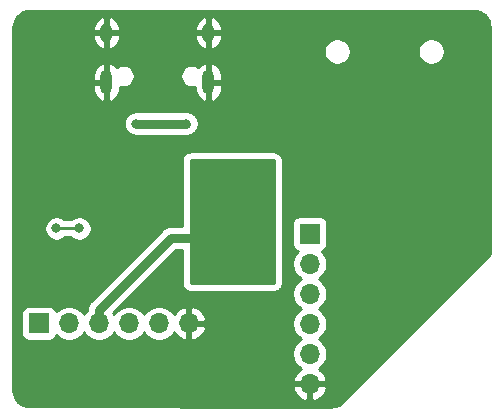
<source format=gbl>
G04 #@! TF.GenerationSoftware,KiCad,Pcbnew,5.1.5+dfsg1-2build2*
G04 #@! TF.CreationDate,2021-12-02T15:55:02+01:00*
G04 #@! TF.ProjectId,Daugter_board,44617567-7465-4725-9f62-6f6172642e6b,rev?*
G04 #@! TF.SameCoordinates,Original*
G04 #@! TF.FileFunction,Copper,L2,Bot*
G04 #@! TF.FilePolarity,Positive*
%FSLAX46Y46*%
G04 Gerber Fmt 4.6, Leading zero omitted, Abs format (unit mm)*
G04 Created by KiCad (PCBNEW 5.1.5+dfsg1-2build2) date 2021-12-02 15:55:02*
%MOMM*%
%LPD*%
G04 APERTURE LIST*
%ADD10C,0.252265*%
%ADD11O,1.700000X1.700000*%
%ADD12R,1.700000X1.700000*%
%ADD13O,1.000000X1.600000*%
%ADD14O,1.000000X2.100000*%
%ADD15C,0.800000*%
%ADD16C,0.800000*%
%ADD17C,0.250000*%
%ADD18C,0.254000*%
G04 APERTURE END LIST*
D10*
G36*
X144222462Y-97699186D02*
G01*
X144222462Y-108083867D01*
X151260873Y-108083867D01*
X151260873Y-97699186D01*
X144222462Y-97699186D01*
G37*
X144222462Y-97699186D02*
X144222462Y-108083867D01*
X151260873Y-108083867D01*
X151260873Y-97699186D01*
X144222462Y-97699186D01*
D11*
X154310000Y-116610000D03*
X154310000Y-114070000D03*
X154310000Y-111530000D03*
X154310000Y-108990000D03*
X154310000Y-106450000D03*
D12*
X154310000Y-103910000D03*
D11*
X144080000Y-111500000D03*
X141540000Y-111500000D03*
X139000000Y-111500000D03*
X136460000Y-111500000D03*
X133920000Y-111500000D03*
D12*
X131380000Y-111500000D03*
D13*
X137100000Y-86905000D03*
X145740000Y-86905000D03*
D14*
X145740000Y-91085000D03*
X137100000Y-91085000D03*
D15*
X150280000Y-98910000D03*
X145630000Y-104260000D03*
X145030000Y-102390000D03*
X150440000Y-102390000D03*
X145170000Y-98910000D03*
X149690000Y-104260000D03*
X147660000Y-104260000D03*
X134605010Y-109020000D03*
X132890000Y-109020000D03*
X156110000Y-110200000D03*
X141790000Y-96630000D03*
X156110000Y-112760000D03*
X134910000Y-92050000D03*
X148070000Y-91810000D03*
X147270000Y-93050000D03*
X135760000Y-93250000D03*
X144080000Y-109450000D03*
X156100000Y-115380000D03*
X157580000Y-96140000D03*
X158650000Y-96140000D03*
X159720000Y-96140000D03*
X160790000Y-96140000D03*
X161860000Y-96140000D03*
X162930000Y-96140000D03*
X164000000Y-96140000D03*
X165070000Y-96140000D03*
X166140000Y-96140000D03*
X143870000Y-94580000D03*
X139610000Y-94580000D03*
X134800000Y-103460000D03*
X132870000Y-103450000D03*
D16*
X136460000Y-110340000D02*
X136460000Y-111500000D01*
X142540000Y-104260000D02*
X136460000Y-110340000D01*
X145630000Y-104260000D02*
X142540000Y-104260000D01*
X139610000Y-94580000D02*
X143870000Y-94580000D01*
D17*
X134790000Y-103450000D02*
X134800000Y-103460000D01*
X132870000Y-103450000D02*
X134790000Y-103450000D01*
D18*
G36*
X168479659Y-85068625D02*
G01*
X168729429Y-85144035D01*
X168959792Y-85266522D01*
X169161980Y-85431422D01*
X169328286Y-85632450D01*
X169452378Y-85861954D01*
X169529531Y-86111195D01*
X169560000Y-86401089D01*
X169560001Y-105646518D01*
X157182424Y-118017669D01*
X157181309Y-118019027D01*
X156973785Y-118228678D01*
X156757721Y-118374921D01*
X156517370Y-118476411D01*
X156247367Y-118532288D01*
X156102564Y-118539994D01*
X130602412Y-118530113D01*
X130310319Y-118501473D01*
X130060535Y-118426059D01*
X129830153Y-118303562D01*
X129627949Y-118138649D01*
X129461630Y-117937604D01*
X129337531Y-117708087D01*
X129260371Y-117458825D01*
X129229999Y-117169854D01*
X129229999Y-116966890D01*
X152868524Y-116966890D01*
X152913175Y-117114099D01*
X153038359Y-117376920D01*
X153212412Y-117610269D01*
X153428645Y-117805178D01*
X153678748Y-117954157D01*
X153953109Y-118051481D01*
X154183000Y-117930814D01*
X154183000Y-116737000D01*
X154437000Y-116737000D01*
X154437000Y-117930814D01*
X154666891Y-118051481D01*
X154941252Y-117954157D01*
X155191355Y-117805178D01*
X155407588Y-117610269D01*
X155581641Y-117376920D01*
X155706825Y-117114099D01*
X155751476Y-116966890D01*
X155630155Y-116737000D01*
X154437000Y-116737000D01*
X154183000Y-116737000D01*
X152989845Y-116737000D01*
X152868524Y-116966890D01*
X129229999Y-116966890D01*
X129230004Y-110650000D01*
X129891928Y-110650000D01*
X129891928Y-112350000D01*
X129904188Y-112474482D01*
X129940498Y-112594180D01*
X129999463Y-112704494D01*
X130078815Y-112801185D01*
X130175506Y-112880537D01*
X130285820Y-112939502D01*
X130405518Y-112975812D01*
X130530000Y-112988072D01*
X132230000Y-112988072D01*
X132354482Y-112975812D01*
X132474180Y-112939502D01*
X132584494Y-112880537D01*
X132681185Y-112801185D01*
X132760537Y-112704494D01*
X132819502Y-112594180D01*
X132841513Y-112521620D01*
X132973368Y-112653475D01*
X133216589Y-112815990D01*
X133486842Y-112927932D01*
X133773740Y-112985000D01*
X134066260Y-112985000D01*
X134353158Y-112927932D01*
X134623411Y-112815990D01*
X134866632Y-112653475D01*
X135073475Y-112446632D01*
X135190000Y-112272240D01*
X135306525Y-112446632D01*
X135513368Y-112653475D01*
X135756589Y-112815990D01*
X136026842Y-112927932D01*
X136313740Y-112985000D01*
X136606260Y-112985000D01*
X136893158Y-112927932D01*
X137163411Y-112815990D01*
X137406632Y-112653475D01*
X137613475Y-112446632D01*
X137730000Y-112272240D01*
X137846525Y-112446632D01*
X138053368Y-112653475D01*
X138296589Y-112815990D01*
X138566842Y-112927932D01*
X138853740Y-112985000D01*
X139146260Y-112985000D01*
X139433158Y-112927932D01*
X139703411Y-112815990D01*
X139946632Y-112653475D01*
X140153475Y-112446632D01*
X140270000Y-112272240D01*
X140386525Y-112446632D01*
X140593368Y-112653475D01*
X140836589Y-112815990D01*
X141106842Y-112927932D01*
X141393740Y-112985000D01*
X141686260Y-112985000D01*
X141973158Y-112927932D01*
X142243411Y-112815990D01*
X142486632Y-112653475D01*
X142693475Y-112446632D01*
X142815195Y-112264466D01*
X142884822Y-112381355D01*
X143079731Y-112597588D01*
X143313080Y-112771641D01*
X143575901Y-112896825D01*
X143723110Y-112941476D01*
X143953000Y-112820155D01*
X143953000Y-111627000D01*
X144207000Y-111627000D01*
X144207000Y-112820155D01*
X144436890Y-112941476D01*
X144584099Y-112896825D01*
X144846920Y-112771641D01*
X145080269Y-112597588D01*
X145275178Y-112381355D01*
X145424157Y-112131252D01*
X145521481Y-111856891D01*
X145400814Y-111627000D01*
X144207000Y-111627000D01*
X143953000Y-111627000D01*
X143933000Y-111627000D01*
X143933000Y-111373000D01*
X143953000Y-111373000D01*
X143953000Y-110179845D01*
X144207000Y-110179845D01*
X144207000Y-111373000D01*
X145400814Y-111373000D01*
X145521481Y-111143109D01*
X145424157Y-110868748D01*
X145275178Y-110618645D01*
X145080269Y-110402412D01*
X144846920Y-110228359D01*
X144584099Y-110103175D01*
X144436890Y-110058524D01*
X144207000Y-110179845D01*
X143953000Y-110179845D01*
X143723110Y-110058524D01*
X143575901Y-110103175D01*
X143313080Y-110228359D01*
X143079731Y-110402412D01*
X142884822Y-110618645D01*
X142815195Y-110735534D01*
X142693475Y-110553368D01*
X142486632Y-110346525D01*
X142243411Y-110184010D01*
X141973158Y-110072068D01*
X141686260Y-110015000D01*
X141393740Y-110015000D01*
X141106842Y-110072068D01*
X140836589Y-110184010D01*
X140593368Y-110346525D01*
X140386525Y-110553368D01*
X140270000Y-110727760D01*
X140153475Y-110553368D01*
X139946632Y-110346525D01*
X139703411Y-110184010D01*
X139433158Y-110072068D01*
X139146260Y-110015000D01*
X138853740Y-110015000D01*
X138566842Y-110072068D01*
X138296589Y-110184010D01*
X138053368Y-110346525D01*
X137846525Y-110553368D01*
X137730000Y-110727760D01*
X137652274Y-110611436D01*
X142968711Y-105295000D01*
X143461330Y-105295000D01*
X143461330Y-108083867D01*
X143468323Y-108155182D01*
X143474812Y-108226489D01*
X143475566Y-108229050D01*
X143475826Y-108231705D01*
X143496542Y-108300320D01*
X143516753Y-108368992D01*
X143517988Y-108371354D01*
X143518760Y-108373912D01*
X143552414Y-108437205D01*
X143585574Y-108500635D01*
X143587246Y-108502715D01*
X143588499Y-108505071D01*
X143633785Y-108560598D01*
X143678654Y-108616403D01*
X143680697Y-108618117D01*
X143682385Y-108620187D01*
X143737641Y-108665899D01*
X143792448Y-108711887D01*
X143794783Y-108713171D01*
X143796842Y-108714874D01*
X143859940Y-108748991D01*
X143922620Y-108783450D01*
X143925160Y-108784256D01*
X143927511Y-108785527D01*
X143996028Y-108806736D01*
X144064214Y-108828366D01*
X144066864Y-108828663D01*
X144069415Y-108829453D01*
X144140638Y-108836939D01*
X144211835Y-108844925D01*
X144216965Y-108844961D01*
X144217148Y-108844980D01*
X144217332Y-108844963D01*
X144222462Y-108844999D01*
X151260873Y-108844999D01*
X151332188Y-108838006D01*
X151403495Y-108831517D01*
X151406056Y-108830763D01*
X151408711Y-108830503D01*
X151477326Y-108809787D01*
X151545998Y-108789576D01*
X151548360Y-108788341D01*
X151550918Y-108787569D01*
X151614211Y-108753915D01*
X151677641Y-108720755D01*
X151679721Y-108719083D01*
X151682077Y-108717830D01*
X151737604Y-108672544D01*
X151793409Y-108627675D01*
X151795123Y-108625632D01*
X151797193Y-108623944D01*
X151842905Y-108568688D01*
X151888893Y-108513881D01*
X151890177Y-108511546D01*
X151891880Y-108509487D01*
X151925997Y-108446389D01*
X151960456Y-108383709D01*
X151961262Y-108381169D01*
X151962533Y-108378818D01*
X151983742Y-108310301D01*
X152005372Y-108242115D01*
X152005669Y-108239465D01*
X152006459Y-108236914D01*
X152013945Y-108165691D01*
X152021931Y-108094494D01*
X152021967Y-108089364D01*
X152021986Y-108089181D01*
X152021969Y-108088997D01*
X152022005Y-108083867D01*
X152022005Y-103060000D01*
X152821928Y-103060000D01*
X152821928Y-104760000D01*
X152834188Y-104884482D01*
X152870498Y-105004180D01*
X152929463Y-105114494D01*
X153008815Y-105211185D01*
X153105506Y-105290537D01*
X153215820Y-105349502D01*
X153288380Y-105371513D01*
X153156525Y-105503368D01*
X152994010Y-105746589D01*
X152882068Y-106016842D01*
X152825000Y-106303740D01*
X152825000Y-106596260D01*
X152882068Y-106883158D01*
X152994010Y-107153411D01*
X153156525Y-107396632D01*
X153363368Y-107603475D01*
X153537760Y-107720000D01*
X153363368Y-107836525D01*
X153156525Y-108043368D01*
X152994010Y-108286589D01*
X152882068Y-108556842D01*
X152825000Y-108843740D01*
X152825000Y-109136260D01*
X152882068Y-109423158D01*
X152994010Y-109693411D01*
X153156525Y-109936632D01*
X153363368Y-110143475D01*
X153537760Y-110260000D01*
X153363368Y-110376525D01*
X153156525Y-110583368D01*
X152994010Y-110826589D01*
X152882068Y-111096842D01*
X152825000Y-111383740D01*
X152825000Y-111676260D01*
X152882068Y-111963158D01*
X152994010Y-112233411D01*
X153156525Y-112476632D01*
X153363368Y-112683475D01*
X153537760Y-112800000D01*
X153363368Y-112916525D01*
X153156525Y-113123368D01*
X152994010Y-113366589D01*
X152882068Y-113636842D01*
X152825000Y-113923740D01*
X152825000Y-114216260D01*
X152882068Y-114503158D01*
X152994010Y-114773411D01*
X153156525Y-115016632D01*
X153363368Y-115223475D01*
X153545534Y-115345195D01*
X153428645Y-115414822D01*
X153212412Y-115609731D01*
X153038359Y-115843080D01*
X152913175Y-116105901D01*
X152868524Y-116253110D01*
X152989845Y-116483000D01*
X154183000Y-116483000D01*
X154183000Y-116463000D01*
X154437000Y-116463000D01*
X154437000Y-116483000D01*
X155630155Y-116483000D01*
X155751476Y-116253110D01*
X155706825Y-116105901D01*
X155581641Y-115843080D01*
X155407588Y-115609731D01*
X155191355Y-115414822D01*
X155074466Y-115345195D01*
X155256632Y-115223475D01*
X155463475Y-115016632D01*
X155625990Y-114773411D01*
X155737932Y-114503158D01*
X155795000Y-114216260D01*
X155795000Y-113923740D01*
X155737932Y-113636842D01*
X155625990Y-113366589D01*
X155463475Y-113123368D01*
X155256632Y-112916525D01*
X155082240Y-112800000D01*
X155256632Y-112683475D01*
X155463475Y-112476632D01*
X155625990Y-112233411D01*
X155737932Y-111963158D01*
X155795000Y-111676260D01*
X155795000Y-111383740D01*
X155737932Y-111096842D01*
X155625990Y-110826589D01*
X155463475Y-110583368D01*
X155256632Y-110376525D01*
X155082240Y-110260000D01*
X155256632Y-110143475D01*
X155463475Y-109936632D01*
X155625990Y-109693411D01*
X155737932Y-109423158D01*
X155795000Y-109136260D01*
X155795000Y-108843740D01*
X155737932Y-108556842D01*
X155625990Y-108286589D01*
X155463475Y-108043368D01*
X155256632Y-107836525D01*
X155082240Y-107720000D01*
X155256632Y-107603475D01*
X155463475Y-107396632D01*
X155625990Y-107153411D01*
X155737932Y-106883158D01*
X155795000Y-106596260D01*
X155795000Y-106303740D01*
X155737932Y-106016842D01*
X155625990Y-105746589D01*
X155463475Y-105503368D01*
X155331620Y-105371513D01*
X155404180Y-105349502D01*
X155514494Y-105290537D01*
X155611185Y-105211185D01*
X155690537Y-105114494D01*
X155749502Y-105004180D01*
X155785812Y-104884482D01*
X155798072Y-104760000D01*
X155798072Y-103060000D01*
X155785812Y-102935518D01*
X155749502Y-102815820D01*
X155690537Y-102705506D01*
X155611185Y-102608815D01*
X155514494Y-102529463D01*
X155404180Y-102470498D01*
X155284482Y-102434188D01*
X155160000Y-102421928D01*
X153460000Y-102421928D01*
X153335518Y-102434188D01*
X153215820Y-102470498D01*
X153105506Y-102529463D01*
X153008815Y-102608815D01*
X152929463Y-102705506D01*
X152870498Y-102815820D01*
X152834188Y-102935518D01*
X152821928Y-103060000D01*
X152022005Y-103060000D01*
X152022005Y-97699186D01*
X152015012Y-97627871D01*
X152008523Y-97556564D01*
X152007769Y-97554003D01*
X152007509Y-97551348D01*
X151986793Y-97482733D01*
X151966582Y-97414061D01*
X151965347Y-97411699D01*
X151964575Y-97409141D01*
X151930921Y-97345848D01*
X151897761Y-97282418D01*
X151896089Y-97280338D01*
X151894836Y-97277982D01*
X151849550Y-97222455D01*
X151804681Y-97166650D01*
X151802638Y-97164936D01*
X151800950Y-97162866D01*
X151745694Y-97117154D01*
X151690887Y-97071166D01*
X151688552Y-97069882D01*
X151686493Y-97068179D01*
X151623395Y-97034062D01*
X151560715Y-96999603D01*
X151558175Y-96998797D01*
X151555824Y-96997526D01*
X151487307Y-96976317D01*
X151419121Y-96954687D01*
X151416471Y-96954390D01*
X151413920Y-96953600D01*
X151342697Y-96946114D01*
X151271500Y-96938128D01*
X151266370Y-96938092D01*
X151266187Y-96938073D01*
X151266003Y-96938090D01*
X151260873Y-96938054D01*
X144222462Y-96938054D01*
X144151147Y-96945047D01*
X144079840Y-96951536D01*
X144077279Y-96952290D01*
X144074624Y-96952550D01*
X144006009Y-96973266D01*
X143937337Y-96993477D01*
X143934975Y-96994712D01*
X143932417Y-96995484D01*
X143869124Y-97029138D01*
X143805694Y-97062298D01*
X143803614Y-97063970D01*
X143801258Y-97065223D01*
X143745731Y-97110509D01*
X143689926Y-97155378D01*
X143688212Y-97157421D01*
X143686142Y-97159109D01*
X143640430Y-97214365D01*
X143594442Y-97269172D01*
X143593158Y-97271507D01*
X143591455Y-97273566D01*
X143557338Y-97336664D01*
X143522879Y-97399344D01*
X143522073Y-97401884D01*
X143520802Y-97404235D01*
X143499593Y-97472752D01*
X143477963Y-97540938D01*
X143477666Y-97543588D01*
X143476876Y-97546139D01*
X143469390Y-97617362D01*
X143461404Y-97688559D01*
X143461368Y-97693689D01*
X143461349Y-97693872D01*
X143461366Y-97694056D01*
X143461330Y-97699186D01*
X143461330Y-103225000D01*
X142590827Y-103225000D01*
X142539999Y-103219994D01*
X142489171Y-103225000D01*
X142489162Y-103225000D01*
X142337105Y-103239976D01*
X142142007Y-103299159D01*
X141962203Y-103395266D01*
X141804604Y-103524604D01*
X141772197Y-103564092D01*
X135764097Y-109572193D01*
X135724604Y-109604604D01*
X135595266Y-109762203D01*
X135499159Y-109942008D01*
X135439976Y-110137106D01*
X135425000Y-110289163D01*
X135425000Y-110289172D01*
X135419994Y-110340000D01*
X135425000Y-110390829D01*
X135425000Y-110434893D01*
X135306525Y-110553368D01*
X135190000Y-110727760D01*
X135073475Y-110553368D01*
X134866632Y-110346525D01*
X134623411Y-110184010D01*
X134353158Y-110072068D01*
X134066260Y-110015000D01*
X133773740Y-110015000D01*
X133486842Y-110072068D01*
X133216589Y-110184010D01*
X132973368Y-110346525D01*
X132841513Y-110478380D01*
X132819502Y-110405820D01*
X132760537Y-110295506D01*
X132681185Y-110198815D01*
X132584494Y-110119463D01*
X132474180Y-110060498D01*
X132354482Y-110024188D01*
X132230000Y-110011928D01*
X130530000Y-110011928D01*
X130405518Y-110024188D01*
X130285820Y-110060498D01*
X130175506Y-110119463D01*
X130078815Y-110198815D01*
X129999463Y-110295506D01*
X129940498Y-110405820D01*
X129904188Y-110525518D01*
X129891928Y-110650000D01*
X129230004Y-110650000D01*
X129230010Y-103348061D01*
X131835000Y-103348061D01*
X131835000Y-103551939D01*
X131874774Y-103751898D01*
X131952795Y-103940256D01*
X132066063Y-104109774D01*
X132210226Y-104253937D01*
X132379744Y-104367205D01*
X132568102Y-104445226D01*
X132768061Y-104485000D01*
X132971939Y-104485000D01*
X133171898Y-104445226D01*
X133360256Y-104367205D01*
X133529774Y-104253937D01*
X133573711Y-104210000D01*
X134086289Y-104210000D01*
X134140226Y-104263937D01*
X134309744Y-104377205D01*
X134498102Y-104455226D01*
X134698061Y-104495000D01*
X134901939Y-104495000D01*
X135101898Y-104455226D01*
X135290256Y-104377205D01*
X135459774Y-104263937D01*
X135603937Y-104119774D01*
X135717205Y-103950256D01*
X135795226Y-103761898D01*
X135835000Y-103561939D01*
X135835000Y-103358061D01*
X135795226Y-103158102D01*
X135717205Y-102969744D01*
X135603937Y-102800226D01*
X135459774Y-102656063D01*
X135290256Y-102542795D01*
X135101898Y-102464774D01*
X134901939Y-102425000D01*
X134698061Y-102425000D01*
X134498102Y-102464774D01*
X134309744Y-102542795D01*
X134140226Y-102656063D01*
X134106289Y-102690000D01*
X133573711Y-102690000D01*
X133529774Y-102646063D01*
X133360256Y-102532795D01*
X133171898Y-102454774D01*
X132971939Y-102415000D01*
X132768061Y-102415000D01*
X132568102Y-102454774D01*
X132379744Y-102532795D01*
X132210226Y-102646063D01*
X132066063Y-102790226D01*
X131952795Y-102959744D01*
X131874774Y-103148102D01*
X131835000Y-103348061D01*
X129230010Y-103348061D01*
X129230017Y-94580000D01*
X138569993Y-94580000D01*
X138575000Y-94630838D01*
X138575000Y-94681939D01*
X138584969Y-94732057D01*
X138589976Y-94782895D01*
X138604804Y-94831777D01*
X138614774Y-94881898D01*
X138634331Y-94929113D01*
X138649159Y-94977993D01*
X138673238Y-95023042D01*
X138692795Y-95070256D01*
X138721186Y-95112746D01*
X138745266Y-95157797D01*
X138777672Y-95197284D01*
X138806063Y-95239774D01*
X138842197Y-95275908D01*
X138874604Y-95315396D01*
X138914092Y-95347803D01*
X138950226Y-95383937D01*
X138992716Y-95412328D01*
X139032203Y-95444734D01*
X139077254Y-95468814D01*
X139119744Y-95497205D01*
X139166958Y-95516762D01*
X139212007Y-95540841D01*
X139260887Y-95555669D01*
X139308102Y-95575226D01*
X139358223Y-95585196D01*
X139407105Y-95600024D01*
X139457943Y-95605031D01*
X139508061Y-95615000D01*
X143971939Y-95615000D01*
X144022057Y-95605031D01*
X144072895Y-95600024D01*
X144121777Y-95585196D01*
X144171898Y-95575226D01*
X144219113Y-95555669D01*
X144267993Y-95540841D01*
X144313042Y-95516762D01*
X144360256Y-95497205D01*
X144402746Y-95468814D01*
X144447797Y-95444734D01*
X144487284Y-95412328D01*
X144529774Y-95383937D01*
X144565908Y-95347803D01*
X144605396Y-95315396D01*
X144637803Y-95275908D01*
X144673937Y-95239774D01*
X144702328Y-95197284D01*
X144734734Y-95157797D01*
X144758814Y-95112746D01*
X144787205Y-95070256D01*
X144806762Y-95023042D01*
X144830841Y-94977993D01*
X144845669Y-94929113D01*
X144865226Y-94881898D01*
X144875196Y-94831777D01*
X144890024Y-94782895D01*
X144895031Y-94732057D01*
X144905000Y-94681939D01*
X144905000Y-94630838D01*
X144910007Y-94580000D01*
X144905000Y-94529162D01*
X144905000Y-94478061D01*
X144895031Y-94427943D01*
X144890024Y-94377105D01*
X144875196Y-94328223D01*
X144865226Y-94278102D01*
X144845669Y-94230887D01*
X144830841Y-94182007D01*
X144806762Y-94136958D01*
X144787205Y-94089744D01*
X144758814Y-94047254D01*
X144734734Y-94002203D01*
X144702328Y-93962716D01*
X144673937Y-93920226D01*
X144637803Y-93884092D01*
X144605396Y-93844604D01*
X144565908Y-93812197D01*
X144529774Y-93776063D01*
X144487284Y-93747672D01*
X144447797Y-93715266D01*
X144402746Y-93691186D01*
X144360256Y-93662795D01*
X144313042Y-93643238D01*
X144267993Y-93619159D01*
X144219113Y-93604331D01*
X144171898Y-93584774D01*
X144121777Y-93574804D01*
X144072895Y-93559976D01*
X144022057Y-93554969D01*
X143971939Y-93545000D01*
X139508061Y-93545000D01*
X139457943Y-93554969D01*
X139407105Y-93559976D01*
X139358223Y-93574804D01*
X139308102Y-93584774D01*
X139260887Y-93604331D01*
X139212007Y-93619159D01*
X139166958Y-93643238D01*
X139119744Y-93662795D01*
X139077254Y-93691186D01*
X139032203Y-93715266D01*
X138992716Y-93747672D01*
X138950226Y-93776063D01*
X138914092Y-93812197D01*
X138874604Y-93844604D01*
X138842197Y-93884092D01*
X138806063Y-93920226D01*
X138777672Y-93962716D01*
X138745266Y-94002203D01*
X138721186Y-94047254D01*
X138692795Y-94089744D01*
X138673238Y-94136958D01*
X138649159Y-94182007D01*
X138634331Y-94230887D01*
X138614774Y-94278102D01*
X138604804Y-94328223D01*
X138589976Y-94377105D01*
X138584969Y-94427943D01*
X138575000Y-94478061D01*
X138575000Y-94529162D01*
X138569993Y-94580000D01*
X129230017Y-94580000D01*
X129230020Y-91212000D01*
X135965000Y-91212000D01*
X135965000Y-91762000D01*
X136011585Y-91980987D01*
X136099997Y-92186678D01*
X136226839Y-92371169D01*
X136387236Y-92527369D01*
X136575024Y-92649276D01*
X136798126Y-92729119D01*
X136973000Y-92602954D01*
X136973000Y-91212000D01*
X135965000Y-91212000D01*
X129230020Y-91212000D01*
X129230020Y-90408000D01*
X135965000Y-90408000D01*
X135965000Y-90958000D01*
X136973000Y-90958000D01*
X136973000Y-89567046D01*
X137227000Y-89567046D01*
X137227000Y-90958000D01*
X137247000Y-90958000D01*
X137247000Y-91212000D01*
X137227000Y-91212000D01*
X137227000Y-92602954D01*
X137401874Y-92729119D01*
X137624976Y-92649276D01*
X137812764Y-92527369D01*
X137973161Y-92371169D01*
X138100003Y-92186678D01*
X138188415Y-91980987D01*
X138235000Y-91762000D01*
X138235000Y-91471904D01*
X138249978Y-91478108D01*
X138435448Y-91515000D01*
X138624552Y-91515000D01*
X138810022Y-91478108D01*
X138984731Y-91405741D01*
X139141964Y-91300681D01*
X139275681Y-91166964D01*
X139380741Y-91009731D01*
X139453108Y-90835022D01*
X139490000Y-90649552D01*
X139490000Y-90460448D01*
X143350000Y-90460448D01*
X143350000Y-90649552D01*
X143386892Y-90835022D01*
X143459259Y-91009731D01*
X143564319Y-91166964D01*
X143698036Y-91300681D01*
X143855269Y-91405741D01*
X144029978Y-91478108D01*
X144215448Y-91515000D01*
X144404552Y-91515000D01*
X144590022Y-91478108D01*
X144605000Y-91471904D01*
X144605000Y-91762000D01*
X144651585Y-91980987D01*
X144739997Y-92186678D01*
X144866839Y-92371169D01*
X145027236Y-92527369D01*
X145215024Y-92649276D01*
X145438126Y-92729119D01*
X145613000Y-92602954D01*
X145613000Y-91212000D01*
X145867000Y-91212000D01*
X145867000Y-92602954D01*
X146041874Y-92729119D01*
X146264976Y-92649276D01*
X146452764Y-92527369D01*
X146613161Y-92371169D01*
X146740003Y-92186678D01*
X146828415Y-91980987D01*
X146875000Y-91762000D01*
X146875000Y-91212000D01*
X145867000Y-91212000D01*
X145613000Y-91212000D01*
X145593000Y-91212000D01*
X145593000Y-90958000D01*
X145613000Y-90958000D01*
X145613000Y-89567046D01*
X145867000Y-89567046D01*
X145867000Y-90958000D01*
X146875000Y-90958000D01*
X146875000Y-90408000D01*
X146828415Y-90189013D01*
X146740003Y-89983322D01*
X146613161Y-89798831D01*
X146452764Y-89642631D01*
X146264976Y-89520724D01*
X146041874Y-89440881D01*
X145867000Y-89567046D01*
X145613000Y-89567046D01*
X145438126Y-89440881D01*
X145215024Y-89520724D01*
X145027236Y-89642631D01*
X144882884Y-89783206D01*
X144764731Y-89704259D01*
X144590022Y-89631892D01*
X144404552Y-89595000D01*
X144215448Y-89595000D01*
X144029978Y-89631892D01*
X143855269Y-89704259D01*
X143698036Y-89809319D01*
X143564319Y-89943036D01*
X143459259Y-90100269D01*
X143386892Y-90274978D01*
X143350000Y-90460448D01*
X139490000Y-90460448D01*
X139453108Y-90274978D01*
X139380741Y-90100269D01*
X139275681Y-89943036D01*
X139141964Y-89809319D01*
X138984731Y-89704259D01*
X138810022Y-89631892D01*
X138624552Y-89595000D01*
X138435448Y-89595000D01*
X138249978Y-89631892D01*
X138075269Y-89704259D01*
X137957116Y-89783206D01*
X137812764Y-89642631D01*
X137624976Y-89520724D01*
X137401874Y-89440881D01*
X137227000Y-89567046D01*
X136973000Y-89567046D01*
X136798126Y-89440881D01*
X136575024Y-89520724D01*
X136387236Y-89642631D01*
X136226839Y-89798831D01*
X136099997Y-89983322D01*
X136011585Y-90189013D01*
X135965000Y-90408000D01*
X129230020Y-90408000D01*
X129230022Y-88368212D01*
X155495000Y-88368212D01*
X155495000Y-88591788D01*
X155538617Y-88811067D01*
X155624176Y-89017624D01*
X155748388Y-89203520D01*
X155906480Y-89361612D01*
X156092376Y-89485824D01*
X156298933Y-89571383D01*
X156518212Y-89615000D01*
X156741788Y-89615000D01*
X156961067Y-89571383D01*
X157167624Y-89485824D01*
X157353520Y-89361612D01*
X157511612Y-89203520D01*
X157635824Y-89017624D01*
X157721383Y-88811067D01*
X157765000Y-88591788D01*
X157765000Y-88368212D01*
X163475000Y-88368212D01*
X163475000Y-88591788D01*
X163518617Y-88811067D01*
X163604176Y-89017624D01*
X163728388Y-89203520D01*
X163886480Y-89361612D01*
X164072376Y-89485824D01*
X164278933Y-89571383D01*
X164498212Y-89615000D01*
X164721788Y-89615000D01*
X164941067Y-89571383D01*
X165147624Y-89485824D01*
X165333520Y-89361612D01*
X165491612Y-89203520D01*
X165615824Y-89017624D01*
X165701383Y-88811067D01*
X165745000Y-88591788D01*
X165745000Y-88368212D01*
X165701383Y-88148933D01*
X165615824Y-87942376D01*
X165491612Y-87756480D01*
X165333520Y-87598388D01*
X165147624Y-87474176D01*
X164941067Y-87388617D01*
X164721788Y-87345000D01*
X164498212Y-87345000D01*
X164278933Y-87388617D01*
X164072376Y-87474176D01*
X163886480Y-87598388D01*
X163728388Y-87756480D01*
X163604176Y-87942376D01*
X163518617Y-88148933D01*
X163475000Y-88368212D01*
X157765000Y-88368212D01*
X157721383Y-88148933D01*
X157635824Y-87942376D01*
X157511612Y-87756480D01*
X157353520Y-87598388D01*
X157167624Y-87474176D01*
X156961067Y-87388617D01*
X156741788Y-87345000D01*
X156518212Y-87345000D01*
X156298933Y-87388617D01*
X156092376Y-87474176D01*
X155906480Y-87598388D01*
X155748388Y-87756480D01*
X155624176Y-87942376D01*
X155538617Y-88148933D01*
X155495000Y-88368212D01*
X129230022Y-88368212D01*
X129230024Y-87032000D01*
X135965000Y-87032000D01*
X135965000Y-87332000D01*
X136011585Y-87550987D01*
X136099997Y-87756678D01*
X136226839Y-87941169D01*
X136387236Y-88097369D01*
X136575024Y-88219276D01*
X136798126Y-88299119D01*
X136973000Y-88172954D01*
X136973000Y-87032000D01*
X137227000Y-87032000D01*
X137227000Y-88172954D01*
X137401874Y-88299119D01*
X137624976Y-88219276D01*
X137812764Y-88097369D01*
X137973161Y-87941169D01*
X138100003Y-87756678D01*
X138188415Y-87550987D01*
X138235000Y-87332000D01*
X138235000Y-87032000D01*
X144605000Y-87032000D01*
X144605000Y-87332000D01*
X144651585Y-87550987D01*
X144739997Y-87756678D01*
X144866839Y-87941169D01*
X145027236Y-88097369D01*
X145215024Y-88219276D01*
X145438126Y-88299119D01*
X145613000Y-88172954D01*
X145613000Y-87032000D01*
X145867000Y-87032000D01*
X145867000Y-88172954D01*
X146041874Y-88299119D01*
X146264976Y-88219276D01*
X146452764Y-88097369D01*
X146613161Y-87941169D01*
X146740003Y-87756678D01*
X146828415Y-87550987D01*
X146875000Y-87332000D01*
X146875000Y-87032000D01*
X145867000Y-87032000D01*
X145613000Y-87032000D01*
X144605000Y-87032000D01*
X138235000Y-87032000D01*
X137227000Y-87032000D01*
X136973000Y-87032000D01*
X135965000Y-87032000D01*
X129230024Y-87032000D01*
X129230024Y-86478000D01*
X135965000Y-86478000D01*
X135965000Y-86778000D01*
X136973000Y-86778000D01*
X136973000Y-85637046D01*
X137227000Y-85637046D01*
X137227000Y-86778000D01*
X138235000Y-86778000D01*
X138235000Y-86478000D01*
X144605000Y-86478000D01*
X144605000Y-86778000D01*
X145613000Y-86778000D01*
X145613000Y-85637046D01*
X145867000Y-85637046D01*
X145867000Y-86778000D01*
X146875000Y-86778000D01*
X146875000Y-86478000D01*
X146828415Y-86259013D01*
X146740003Y-86053322D01*
X146613161Y-85868831D01*
X146452764Y-85712631D01*
X146264976Y-85590724D01*
X146041874Y-85510881D01*
X145867000Y-85637046D01*
X145613000Y-85637046D01*
X145438126Y-85510881D01*
X145215024Y-85590724D01*
X145027236Y-85712631D01*
X144866839Y-85868831D01*
X144739997Y-86053322D01*
X144651585Y-86259013D01*
X144605000Y-86478000D01*
X138235000Y-86478000D01*
X138188415Y-86259013D01*
X138100003Y-86053322D01*
X137973161Y-85868831D01*
X137812764Y-85712631D01*
X137624976Y-85590724D01*
X137401874Y-85510881D01*
X137227000Y-85637046D01*
X136973000Y-85637046D01*
X136798126Y-85510881D01*
X136575024Y-85590724D01*
X136387236Y-85712631D01*
X136226839Y-85868831D01*
X136099997Y-86053322D01*
X136011585Y-86259013D01*
X135965000Y-86478000D01*
X129230024Y-86478000D01*
X129230025Y-86403937D01*
X129259940Y-86113784D01*
X129336597Y-85864400D01*
X129460236Y-85634647D01*
X129626142Y-85433290D01*
X129828003Y-85267990D01*
X130058127Y-85145045D01*
X130307742Y-85069142D01*
X130599010Y-85040000D01*
X168187721Y-85040000D01*
X168479659Y-85068625D01*
G37*
X168479659Y-85068625D02*
X168729429Y-85144035D01*
X168959792Y-85266522D01*
X169161980Y-85431422D01*
X169328286Y-85632450D01*
X169452378Y-85861954D01*
X169529531Y-86111195D01*
X169560000Y-86401089D01*
X169560001Y-105646518D01*
X157182424Y-118017669D01*
X157181309Y-118019027D01*
X156973785Y-118228678D01*
X156757721Y-118374921D01*
X156517370Y-118476411D01*
X156247367Y-118532288D01*
X156102564Y-118539994D01*
X130602412Y-118530113D01*
X130310319Y-118501473D01*
X130060535Y-118426059D01*
X129830153Y-118303562D01*
X129627949Y-118138649D01*
X129461630Y-117937604D01*
X129337531Y-117708087D01*
X129260371Y-117458825D01*
X129229999Y-117169854D01*
X129229999Y-116966890D01*
X152868524Y-116966890D01*
X152913175Y-117114099D01*
X153038359Y-117376920D01*
X153212412Y-117610269D01*
X153428645Y-117805178D01*
X153678748Y-117954157D01*
X153953109Y-118051481D01*
X154183000Y-117930814D01*
X154183000Y-116737000D01*
X154437000Y-116737000D01*
X154437000Y-117930814D01*
X154666891Y-118051481D01*
X154941252Y-117954157D01*
X155191355Y-117805178D01*
X155407588Y-117610269D01*
X155581641Y-117376920D01*
X155706825Y-117114099D01*
X155751476Y-116966890D01*
X155630155Y-116737000D01*
X154437000Y-116737000D01*
X154183000Y-116737000D01*
X152989845Y-116737000D01*
X152868524Y-116966890D01*
X129229999Y-116966890D01*
X129230004Y-110650000D01*
X129891928Y-110650000D01*
X129891928Y-112350000D01*
X129904188Y-112474482D01*
X129940498Y-112594180D01*
X129999463Y-112704494D01*
X130078815Y-112801185D01*
X130175506Y-112880537D01*
X130285820Y-112939502D01*
X130405518Y-112975812D01*
X130530000Y-112988072D01*
X132230000Y-112988072D01*
X132354482Y-112975812D01*
X132474180Y-112939502D01*
X132584494Y-112880537D01*
X132681185Y-112801185D01*
X132760537Y-112704494D01*
X132819502Y-112594180D01*
X132841513Y-112521620D01*
X132973368Y-112653475D01*
X133216589Y-112815990D01*
X133486842Y-112927932D01*
X133773740Y-112985000D01*
X134066260Y-112985000D01*
X134353158Y-112927932D01*
X134623411Y-112815990D01*
X134866632Y-112653475D01*
X135073475Y-112446632D01*
X135190000Y-112272240D01*
X135306525Y-112446632D01*
X135513368Y-112653475D01*
X135756589Y-112815990D01*
X136026842Y-112927932D01*
X136313740Y-112985000D01*
X136606260Y-112985000D01*
X136893158Y-112927932D01*
X137163411Y-112815990D01*
X137406632Y-112653475D01*
X137613475Y-112446632D01*
X137730000Y-112272240D01*
X137846525Y-112446632D01*
X138053368Y-112653475D01*
X138296589Y-112815990D01*
X138566842Y-112927932D01*
X138853740Y-112985000D01*
X139146260Y-112985000D01*
X139433158Y-112927932D01*
X139703411Y-112815990D01*
X139946632Y-112653475D01*
X140153475Y-112446632D01*
X140270000Y-112272240D01*
X140386525Y-112446632D01*
X140593368Y-112653475D01*
X140836589Y-112815990D01*
X141106842Y-112927932D01*
X141393740Y-112985000D01*
X141686260Y-112985000D01*
X141973158Y-112927932D01*
X142243411Y-112815990D01*
X142486632Y-112653475D01*
X142693475Y-112446632D01*
X142815195Y-112264466D01*
X142884822Y-112381355D01*
X143079731Y-112597588D01*
X143313080Y-112771641D01*
X143575901Y-112896825D01*
X143723110Y-112941476D01*
X143953000Y-112820155D01*
X143953000Y-111627000D01*
X144207000Y-111627000D01*
X144207000Y-112820155D01*
X144436890Y-112941476D01*
X144584099Y-112896825D01*
X144846920Y-112771641D01*
X145080269Y-112597588D01*
X145275178Y-112381355D01*
X145424157Y-112131252D01*
X145521481Y-111856891D01*
X145400814Y-111627000D01*
X144207000Y-111627000D01*
X143953000Y-111627000D01*
X143933000Y-111627000D01*
X143933000Y-111373000D01*
X143953000Y-111373000D01*
X143953000Y-110179845D01*
X144207000Y-110179845D01*
X144207000Y-111373000D01*
X145400814Y-111373000D01*
X145521481Y-111143109D01*
X145424157Y-110868748D01*
X145275178Y-110618645D01*
X145080269Y-110402412D01*
X144846920Y-110228359D01*
X144584099Y-110103175D01*
X144436890Y-110058524D01*
X144207000Y-110179845D01*
X143953000Y-110179845D01*
X143723110Y-110058524D01*
X143575901Y-110103175D01*
X143313080Y-110228359D01*
X143079731Y-110402412D01*
X142884822Y-110618645D01*
X142815195Y-110735534D01*
X142693475Y-110553368D01*
X142486632Y-110346525D01*
X142243411Y-110184010D01*
X141973158Y-110072068D01*
X141686260Y-110015000D01*
X141393740Y-110015000D01*
X141106842Y-110072068D01*
X140836589Y-110184010D01*
X140593368Y-110346525D01*
X140386525Y-110553368D01*
X140270000Y-110727760D01*
X140153475Y-110553368D01*
X139946632Y-110346525D01*
X139703411Y-110184010D01*
X139433158Y-110072068D01*
X139146260Y-110015000D01*
X138853740Y-110015000D01*
X138566842Y-110072068D01*
X138296589Y-110184010D01*
X138053368Y-110346525D01*
X137846525Y-110553368D01*
X137730000Y-110727760D01*
X137652274Y-110611436D01*
X142968711Y-105295000D01*
X143461330Y-105295000D01*
X143461330Y-108083867D01*
X143468323Y-108155182D01*
X143474812Y-108226489D01*
X143475566Y-108229050D01*
X143475826Y-108231705D01*
X143496542Y-108300320D01*
X143516753Y-108368992D01*
X143517988Y-108371354D01*
X143518760Y-108373912D01*
X143552414Y-108437205D01*
X143585574Y-108500635D01*
X143587246Y-108502715D01*
X143588499Y-108505071D01*
X143633785Y-108560598D01*
X143678654Y-108616403D01*
X143680697Y-108618117D01*
X143682385Y-108620187D01*
X143737641Y-108665899D01*
X143792448Y-108711887D01*
X143794783Y-108713171D01*
X143796842Y-108714874D01*
X143859940Y-108748991D01*
X143922620Y-108783450D01*
X143925160Y-108784256D01*
X143927511Y-108785527D01*
X143996028Y-108806736D01*
X144064214Y-108828366D01*
X144066864Y-108828663D01*
X144069415Y-108829453D01*
X144140638Y-108836939D01*
X144211835Y-108844925D01*
X144216965Y-108844961D01*
X144217148Y-108844980D01*
X144217332Y-108844963D01*
X144222462Y-108844999D01*
X151260873Y-108844999D01*
X151332188Y-108838006D01*
X151403495Y-108831517D01*
X151406056Y-108830763D01*
X151408711Y-108830503D01*
X151477326Y-108809787D01*
X151545998Y-108789576D01*
X151548360Y-108788341D01*
X151550918Y-108787569D01*
X151614211Y-108753915D01*
X151677641Y-108720755D01*
X151679721Y-108719083D01*
X151682077Y-108717830D01*
X151737604Y-108672544D01*
X151793409Y-108627675D01*
X151795123Y-108625632D01*
X151797193Y-108623944D01*
X151842905Y-108568688D01*
X151888893Y-108513881D01*
X151890177Y-108511546D01*
X151891880Y-108509487D01*
X151925997Y-108446389D01*
X151960456Y-108383709D01*
X151961262Y-108381169D01*
X151962533Y-108378818D01*
X151983742Y-108310301D01*
X152005372Y-108242115D01*
X152005669Y-108239465D01*
X152006459Y-108236914D01*
X152013945Y-108165691D01*
X152021931Y-108094494D01*
X152021967Y-108089364D01*
X152021986Y-108089181D01*
X152021969Y-108088997D01*
X152022005Y-108083867D01*
X152022005Y-103060000D01*
X152821928Y-103060000D01*
X152821928Y-104760000D01*
X152834188Y-104884482D01*
X152870498Y-105004180D01*
X152929463Y-105114494D01*
X153008815Y-105211185D01*
X153105506Y-105290537D01*
X153215820Y-105349502D01*
X153288380Y-105371513D01*
X153156525Y-105503368D01*
X152994010Y-105746589D01*
X152882068Y-106016842D01*
X152825000Y-106303740D01*
X152825000Y-106596260D01*
X152882068Y-106883158D01*
X152994010Y-107153411D01*
X153156525Y-107396632D01*
X153363368Y-107603475D01*
X153537760Y-107720000D01*
X153363368Y-107836525D01*
X153156525Y-108043368D01*
X152994010Y-108286589D01*
X152882068Y-108556842D01*
X152825000Y-108843740D01*
X152825000Y-109136260D01*
X152882068Y-109423158D01*
X152994010Y-109693411D01*
X153156525Y-109936632D01*
X153363368Y-110143475D01*
X153537760Y-110260000D01*
X153363368Y-110376525D01*
X153156525Y-110583368D01*
X152994010Y-110826589D01*
X152882068Y-111096842D01*
X152825000Y-111383740D01*
X152825000Y-111676260D01*
X152882068Y-111963158D01*
X152994010Y-112233411D01*
X153156525Y-112476632D01*
X153363368Y-112683475D01*
X153537760Y-112800000D01*
X153363368Y-112916525D01*
X153156525Y-113123368D01*
X152994010Y-113366589D01*
X152882068Y-113636842D01*
X152825000Y-113923740D01*
X152825000Y-114216260D01*
X152882068Y-114503158D01*
X152994010Y-114773411D01*
X153156525Y-115016632D01*
X153363368Y-115223475D01*
X153545534Y-115345195D01*
X153428645Y-115414822D01*
X153212412Y-115609731D01*
X153038359Y-115843080D01*
X152913175Y-116105901D01*
X152868524Y-116253110D01*
X152989845Y-116483000D01*
X154183000Y-116483000D01*
X154183000Y-116463000D01*
X154437000Y-116463000D01*
X154437000Y-116483000D01*
X155630155Y-116483000D01*
X155751476Y-116253110D01*
X155706825Y-116105901D01*
X155581641Y-115843080D01*
X155407588Y-115609731D01*
X155191355Y-115414822D01*
X155074466Y-115345195D01*
X155256632Y-115223475D01*
X155463475Y-115016632D01*
X155625990Y-114773411D01*
X155737932Y-114503158D01*
X155795000Y-114216260D01*
X155795000Y-113923740D01*
X155737932Y-113636842D01*
X155625990Y-113366589D01*
X155463475Y-113123368D01*
X155256632Y-112916525D01*
X155082240Y-112800000D01*
X155256632Y-112683475D01*
X155463475Y-112476632D01*
X155625990Y-112233411D01*
X155737932Y-111963158D01*
X155795000Y-111676260D01*
X155795000Y-111383740D01*
X155737932Y-111096842D01*
X155625990Y-110826589D01*
X155463475Y-110583368D01*
X155256632Y-110376525D01*
X155082240Y-110260000D01*
X155256632Y-110143475D01*
X155463475Y-109936632D01*
X155625990Y-109693411D01*
X155737932Y-109423158D01*
X155795000Y-109136260D01*
X155795000Y-108843740D01*
X155737932Y-108556842D01*
X155625990Y-108286589D01*
X155463475Y-108043368D01*
X155256632Y-107836525D01*
X155082240Y-107720000D01*
X155256632Y-107603475D01*
X155463475Y-107396632D01*
X155625990Y-107153411D01*
X155737932Y-106883158D01*
X155795000Y-106596260D01*
X155795000Y-106303740D01*
X155737932Y-106016842D01*
X155625990Y-105746589D01*
X155463475Y-105503368D01*
X155331620Y-105371513D01*
X155404180Y-105349502D01*
X155514494Y-105290537D01*
X155611185Y-105211185D01*
X155690537Y-105114494D01*
X155749502Y-105004180D01*
X155785812Y-104884482D01*
X155798072Y-104760000D01*
X155798072Y-103060000D01*
X155785812Y-102935518D01*
X155749502Y-102815820D01*
X155690537Y-102705506D01*
X155611185Y-102608815D01*
X155514494Y-102529463D01*
X155404180Y-102470498D01*
X155284482Y-102434188D01*
X155160000Y-102421928D01*
X153460000Y-102421928D01*
X153335518Y-102434188D01*
X153215820Y-102470498D01*
X153105506Y-102529463D01*
X153008815Y-102608815D01*
X152929463Y-102705506D01*
X152870498Y-102815820D01*
X152834188Y-102935518D01*
X152821928Y-103060000D01*
X152022005Y-103060000D01*
X152022005Y-97699186D01*
X152015012Y-97627871D01*
X152008523Y-97556564D01*
X152007769Y-97554003D01*
X152007509Y-97551348D01*
X151986793Y-97482733D01*
X151966582Y-97414061D01*
X151965347Y-97411699D01*
X151964575Y-97409141D01*
X151930921Y-97345848D01*
X151897761Y-97282418D01*
X151896089Y-97280338D01*
X151894836Y-97277982D01*
X151849550Y-97222455D01*
X151804681Y-97166650D01*
X151802638Y-97164936D01*
X151800950Y-97162866D01*
X151745694Y-97117154D01*
X151690887Y-97071166D01*
X151688552Y-97069882D01*
X151686493Y-97068179D01*
X151623395Y-97034062D01*
X151560715Y-96999603D01*
X151558175Y-96998797D01*
X151555824Y-96997526D01*
X151487307Y-96976317D01*
X151419121Y-96954687D01*
X151416471Y-96954390D01*
X151413920Y-96953600D01*
X151342697Y-96946114D01*
X151271500Y-96938128D01*
X151266370Y-96938092D01*
X151266187Y-96938073D01*
X151266003Y-96938090D01*
X151260873Y-96938054D01*
X144222462Y-96938054D01*
X144151147Y-96945047D01*
X144079840Y-96951536D01*
X144077279Y-96952290D01*
X144074624Y-96952550D01*
X144006009Y-96973266D01*
X143937337Y-96993477D01*
X143934975Y-96994712D01*
X143932417Y-96995484D01*
X143869124Y-97029138D01*
X143805694Y-97062298D01*
X143803614Y-97063970D01*
X143801258Y-97065223D01*
X143745731Y-97110509D01*
X143689926Y-97155378D01*
X143688212Y-97157421D01*
X143686142Y-97159109D01*
X143640430Y-97214365D01*
X143594442Y-97269172D01*
X143593158Y-97271507D01*
X143591455Y-97273566D01*
X143557338Y-97336664D01*
X143522879Y-97399344D01*
X143522073Y-97401884D01*
X143520802Y-97404235D01*
X143499593Y-97472752D01*
X143477963Y-97540938D01*
X143477666Y-97543588D01*
X143476876Y-97546139D01*
X143469390Y-97617362D01*
X143461404Y-97688559D01*
X143461368Y-97693689D01*
X143461349Y-97693872D01*
X143461366Y-97694056D01*
X143461330Y-97699186D01*
X143461330Y-103225000D01*
X142590827Y-103225000D01*
X142539999Y-103219994D01*
X142489171Y-103225000D01*
X142489162Y-103225000D01*
X142337105Y-103239976D01*
X142142007Y-103299159D01*
X141962203Y-103395266D01*
X141804604Y-103524604D01*
X141772197Y-103564092D01*
X135764097Y-109572193D01*
X135724604Y-109604604D01*
X135595266Y-109762203D01*
X135499159Y-109942008D01*
X135439976Y-110137106D01*
X135425000Y-110289163D01*
X135425000Y-110289172D01*
X135419994Y-110340000D01*
X135425000Y-110390829D01*
X135425000Y-110434893D01*
X135306525Y-110553368D01*
X135190000Y-110727760D01*
X135073475Y-110553368D01*
X134866632Y-110346525D01*
X134623411Y-110184010D01*
X134353158Y-110072068D01*
X134066260Y-110015000D01*
X133773740Y-110015000D01*
X133486842Y-110072068D01*
X133216589Y-110184010D01*
X132973368Y-110346525D01*
X132841513Y-110478380D01*
X132819502Y-110405820D01*
X132760537Y-110295506D01*
X132681185Y-110198815D01*
X132584494Y-110119463D01*
X132474180Y-110060498D01*
X132354482Y-110024188D01*
X132230000Y-110011928D01*
X130530000Y-110011928D01*
X130405518Y-110024188D01*
X130285820Y-110060498D01*
X130175506Y-110119463D01*
X130078815Y-110198815D01*
X129999463Y-110295506D01*
X129940498Y-110405820D01*
X129904188Y-110525518D01*
X129891928Y-110650000D01*
X129230004Y-110650000D01*
X129230010Y-103348061D01*
X131835000Y-103348061D01*
X131835000Y-103551939D01*
X131874774Y-103751898D01*
X131952795Y-103940256D01*
X132066063Y-104109774D01*
X132210226Y-104253937D01*
X132379744Y-104367205D01*
X132568102Y-104445226D01*
X132768061Y-104485000D01*
X132971939Y-104485000D01*
X133171898Y-104445226D01*
X133360256Y-104367205D01*
X133529774Y-104253937D01*
X133573711Y-104210000D01*
X134086289Y-104210000D01*
X134140226Y-104263937D01*
X134309744Y-104377205D01*
X134498102Y-104455226D01*
X134698061Y-104495000D01*
X134901939Y-104495000D01*
X135101898Y-104455226D01*
X135290256Y-104377205D01*
X135459774Y-104263937D01*
X135603937Y-104119774D01*
X135717205Y-103950256D01*
X135795226Y-103761898D01*
X135835000Y-103561939D01*
X135835000Y-103358061D01*
X135795226Y-103158102D01*
X135717205Y-102969744D01*
X135603937Y-102800226D01*
X135459774Y-102656063D01*
X135290256Y-102542795D01*
X135101898Y-102464774D01*
X134901939Y-102425000D01*
X134698061Y-102425000D01*
X134498102Y-102464774D01*
X134309744Y-102542795D01*
X134140226Y-102656063D01*
X134106289Y-102690000D01*
X133573711Y-102690000D01*
X133529774Y-102646063D01*
X133360256Y-102532795D01*
X133171898Y-102454774D01*
X132971939Y-102415000D01*
X132768061Y-102415000D01*
X132568102Y-102454774D01*
X132379744Y-102532795D01*
X132210226Y-102646063D01*
X132066063Y-102790226D01*
X131952795Y-102959744D01*
X131874774Y-103148102D01*
X131835000Y-103348061D01*
X129230010Y-103348061D01*
X129230017Y-94580000D01*
X138569993Y-94580000D01*
X138575000Y-94630838D01*
X138575000Y-94681939D01*
X138584969Y-94732057D01*
X138589976Y-94782895D01*
X138604804Y-94831777D01*
X138614774Y-94881898D01*
X138634331Y-94929113D01*
X138649159Y-94977993D01*
X138673238Y-95023042D01*
X138692795Y-95070256D01*
X138721186Y-95112746D01*
X138745266Y-95157797D01*
X138777672Y-95197284D01*
X138806063Y-95239774D01*
X138842197Y-95275908D01*
X138874604Y-95315396D01*
X138914092Y-95347803D01*
X138950226Y-95383937D01*
X138992716Y-95412328D01*
X139032203Y-95444734D01*
X139077254Y-95468814D01*
X139119744Y-95497205D01*
X139166958Y-95516762D01*
X139212007Y-95540841D01*
X139260887Y-95555669D01*
X139308102Y-95575226D01*
X139358223Y-95585196D01*
X139407105Y-95600024D01*
X139457943Y-95605031D01*
X139508061Y-95615000D01*
X143971939Y-95615000D01*
X144022057Y-95605031D01*
X144072895Y-95600024D01*
X144121777Y-95585196D01*
X144171898Y-95575226D01*
X144219113Y-95555669D01*
X144267993Y-95540841D01*
X144313042Y-95516762D01*
X144360256Y-95497205D01*
X144402746Y-95468814D01*
X144447797Y-95444734D01*
X144487284Y-95412328D01*
X144529774Y-95383937D01*
X144565908Y-95347803D01*
X144605396Y-95315396D01*
X144637803Y-95275908D01*
X144673937Y-95239774D01*
X144702328Y-95197284D01*
X144734734Y-95157797D01*
X144758814Y-95112746D01*
X144787205Y-95070256D01*
X144806762Y-95023042D01*
X144830841Y-94977993D01*
X144845669Y-94929113D01*
X144865226Y-94881898D01*
X144875196Y-94831777D01*
X144890024Y-94782895D01*
X144895031Y-94732057D01*
X144905000Y-94681939D01*
X144905000Y-94630838D01*
X144910007Y-94580000D01*
X144905000Y-94529162D01*
X144905000Y-94478061D01*
X144895031Y-94427943D01*
X144890024Y-94377105D01*
X144875196Y-94328223D01*
X144865226Y-94278102D01*
X144845669Y-94230887D01*
X144830841Y-94182007D01*
X144806762Y-94136958D01*
X144787205Y-94089744D01*
X144758814Y-94047254D01*
X144734734Y-94002203D01*
X144702328Y-93962716D01*
X144673937Y-93920226D01*
X144637803Y-93884092D01*
X144605396Y-93844604D01*
X144565908Y-93812197D01*
X144529774Y-93776063D01*
X144487284Y-93747672D01*
X144447797Y-93715266D01*
X144402746Y-93691186D01*
X144360256Y-93662795D01*
X144313042Y-93643238D01*
X144267993Y-93619159D01*
X144219113Y-93604331D01*
X144171898Y-93584774D01*
X144121777Y-93574804D01*
X144072895Y-93559976D01*
X144022057Y-93554969D01*
X143971939Y-93545000D01*
X139508061Y-93545000D01*
X139457943Y-93554969D01*
X139407105Y-93559976D01*
X139358223Y-93574804D01*
X139308102Y-93584774D01*
X139260887Y-93604331D01*
X139212007Y-93619159D01*
X139166958Y-93643238D01*
X139119744Y-93662795D01*
X139077254Y-93691186D01*
X139032203Y-93715266D01*
X138992716Y-93747672D01*
X138950226Y-93776063D01*
X138914092Y-93812197D01*
X138874604Y-93844604D01*
X138842197Y-93884092D01*
X138806063Y-93920226D01*
X138777672Y-93962716D01*
X138745266Y-94002203D01*
X138721186Y-94047254D01*
X138692795Y-94089744D01*
X138673238Y-94136958D01*
X138649159Y-94182007D01*
X138634331Y-94230887D01*
X138614774Y-94278102D01*
X138604804Y-94328223D01*
X138589976Y-94377105D01*
X138584969Y-94427943D01*
X138575000Y-94478061D01*
X138575000Y-94529162D01*
X138569993Y-94580000D01*
X129230017Y-94580000D01*
X129230020Y-91212000D01*
X135965000Y-91212000D01*
X135965000Y-91762000D01*
X136011585Y-91980987D01*
X136099997Y-92186678D01*
X136226839Y-92371169D01*
X136387236Y-92527369D01*
X136575024Y-92649276D01*
X136798126Y-92729119D01*
X136973000Y-92602954D01*
X136973000Y-91212000D01*
X135965000Y-91212000D01*
X129230020Y-91212000D01*
X129230020Y-90408000D01*
X135965000Y-90408000D01*
X135965000Y-90958000D01*
X136973000Y-90958000D01*
X136973000Y-89567046D01*
X137227000Y-89567046D01*
X137227000Y-90958000D01*
X137247000Y-90958000D01*
X137247000Y-91212000D01*
X137227000Y-91212000D01*
X137227000Y-92602954D01*
X137401874Y-92729119D01*
X137624976Y-92649276D01*
X137812764Y-92527369D01*
X137973161Y-92371169D01*
X138100003Y-92186678D01*
X138188415Y-91980987D01*
X138235000Y-91762000D01*
X138235000Y-91471904D01*
X138249978Y-91478108D01*
X138435448Y-91515000D01*
X138624552Y-91515000D01*
X138810022Y-91478108D01*
X138984731Y-91405741D01*
X139141964Y-91300681D01*
X139275681Y-91166964D01*
X139380741Y-91009731D01*
X139453108Y-90835022D01*
X139490000Y-90649552D01*
X139490000Y-90460448D01*
X143350000Y-90460448D01*
X143350000Y-90649552D01*
X143386892Y-90835022D01*
X143459259Y-91009731D01*
X143564319Y-91166964D01*
X143698036Y-91300681D01*
X143855269Y-91405741D01*
X144029978Y-91478108D01*
X144215448Y-91515000D01*
X144404552Y-91515000D01*
X144590022Y-91478108D01*
X144605000Y-91471904D01*
X144605000Y-91762000D01*
X144651585Y-91980987D01*
X144739997Y-92186678D01*
X144866839Y-92371169D01*
X145027236Y-92527369D01*
X145215024Y-92649276D01*
X145438126Y-92729119D01*
X145613000Y-92602954D01*
X145613000Y-91212000D01*
X145867000Y-91212000D01*
X145867000Y-92602954D01*
X146041874Y-92729119D01*
X146264976Y-92649276D01*
X146452764Y-92527369D01*
X146613161Y-92371169D01*
X146740003Y-92186678D01*
X146828415Y-91980987D01*
X146875000Y-91762000D01*
X146875000Y-91212000D01*
X145867000Y-91212000D01*
X145613000Y-91212000D01*
X145593000Y-91212000D01*
X145593000Y-90958000D01*
X145613000Y-90958000D01*
X145613000Y-89567046D01*
X145867000Y-89567046D01*
X145867000Y-90958000D01*
X146875000Y-90958000D01*
X146875000Y-90408000D01*
X146828415Y-90189013D01*
X146740003Y-89983322D01*
X146613161Y-89798831D01*
X146452764Y-89642631D01*
X146264976Y-89520724D01*
X146041874Y-89440881D01*
X145867000Y-89567046D01*
X145613000Y-89567046D01*
X145438126Y-89440881D01*
X145215024Y-89520724D01*
X145027236Y-89642631D01*
X144882884Y-89783206D01*
X144764731Y-89704259D01*
X144590022Y-89631892D01*
X144404552Y-89595000D01*
X144215448Y-89595000D01*
X144029978Y-89631892D01*
X143855269Y-89704259D01*
X143698036Y-89809319D01*
X143564319Y-89943036D01*
X143459259Y-90100269D01*
X143386892Y-90274978D01*
X143350000Y-90460448D01*
X139490000Y-90460448D01*
X139453108Y-90274978D01*
X139380741Y-90100269D01*
X139275681Y-89943036D01*
X139141964Y-89809319D01*
X138984731Y-89704259D01*
X138810022Y-89631892D01*
X138624552Y-89595000D01*
X138435448Y-89595000D01*
X138249978Y-89631892D01*
X138075269Y-89704259D01*
X137957116Y-89783206D01*
X137812764Y-89642631D01*
X137624976Y-89520724D01*
X137401874Y-89440881D01*
X137227000Y-89567046D01*
X136973000Y-89567046D01*
X136798126Y-89440881D01*
X136575024Y-89520724D01*
X136387236Y-89642631D01*
X136226839Y-89798831D01*
X136099997Y-89983322D01*
X136011585Y-90189013D01*
X135965000Y-90408000D01*
X129230020Y-90408000D01*
X129230022Y-88368212D01*
X155495000Y-88368212D01*
X155495000Y-88591788D01*
X155538617Y-88811067D01*
X155624176Y-89017624D01*
X155748388Y-89203520D01*
X155906480Y-89361612D01*
X156092376Y-89485824D01*
X156298933Y-89571383D01*
X156518212Y-89615000D01*
X156741788Y-89615000D01*
X156961067Y-89571383D01*
X157167624Y-89485824D01*
X157353520Y-89361612D01*
X157511612Y-89203520D01*
X157635824Y-89017624D01*
X157721383Y-88811067D01*
X157765000Y-88591788D01*
X157765000Y-88368212D01*
X163475000Y-88368212D01*
X163475000Y-88591788D01*
X163518617Y-88811067D01*
X163604176Y-89017624D01*
X163728388Y-89203520D01*
X163886480Y-89361612D01*
X164072376Y-89485824D01*
X164278933Y-89571383D01*
X164498212Y-89615000D01*
X164721788Y-89615000D01*
X164941067Y-89571383D01*
X165147624Y-89485824D01*
X165333520Y-89361612D01*
X165491612Y-89203520D01*
X165615824Y-89017624D01*
X165701383Y-88811067D01*
X165745000Y-88591788D01*
X165745000Y-88368212D01*
X165701383Y-88148933D01*
X165615824Y-87942376D01*
X165491612Y-87756480D01*
X165333520Y-87598388D01*
X165147624Y-87474176D01*
X164941067Y-87388617D01*
X164721788Y-87345000D01*
X164498212Y-87345000D01*
X164278933Y-87388617D01*
X164072376Y-87474176D01*
X163886480Y-87598388D01*
X163728388Y-87756480D01*
X163604176Y-87942376D01*
X163518617Y-88148933D01*
X163475000Y-88368212D01*
X157765000Y-88368212D01*
X157721383Y-88148933D01*
X157635824Y-87942376D01*
X157511612Y-87756480D01*
X157353520Y-87598388D01*
X157167624Y-87474176D01*
X156961067Y-87388617D01*
X156741788Y-87345000D01*
X156518212Y-87345000D01*
X156298933Y-87388617D01*
X156092376Y-87474176D01*
X155906480Y-87598388D01*
X155748388Y-87756480D01*
X155624176Y-87942376D01*
X155538617Y-88148933D01*
X155495000Y-88368212D01*
X129230022Y-88368212D01*
X129230024Y-87032000D01*
X135965000Y-87032000D01*
X135965000Y-87332000D01*
X136011585Y-87550987D01*
X136099997Y-87756678D01*
X136226839Y-87941169D01*
X136387236Y-88097369D01*
X136575024Y-88219276D01*
X136798126Y-88299119D01*
X136973000Y-88172954D01*
X136973000Y-87032000D01*
X137227000Y-87032000D01*
X137227000Y-88172954D01*
X137401874Y-88299119D01*
X137624976Y-88219276D01*
X137812764Y-88097369D01*
X137973161Y-87941169D01*
X138100003Y-87756678D01*
X138188415Y-87550987D01*
X138235000Y-87332000D01*
X138235000Y-87032000D01*
X144605000Y-87032000D01*
X144605000Y-87332000D01*
X144651585Y-87550987D01*
X144739997Y-87756678D01*
X144866839Y-87941169D01*
X145027236Y-88097369D01*
X145215024Y-88219276D01*
X145438126Y-88299119D01*
X145613000Y-88172954D01*
X145613000Y-87032000D01*
X145867000Y-87032000D01*
X145867000Y-88172954D01*
X146041874Y-88299119D01*
X146264976Y-88219276D01*
X146452764Y-88097369D01*
X146613161Y-87941169D01*
X146740003Y-87756678D01*
X146828415Y-87550987D01*
X146875000Y-87332000D01*
X146875000Y-87032000D01*
X145867000Y-87032000D01*
X145613000Y-87032000D01*
X144605000Y-87032000D01*
X138235000Y-87032000D01*
X137227000Y-87032000D01*
X136973000Y-87032000D01*
X135965000Y-87032000D01*
X129230024Y-87032000D01*
X129230024Y-86478000D01*
X135965000Y-86478000D01*
X135965000Y-86778000D01*
X136973000Y-86778000D01*
X136973000Y-85637046D01*
X137227000Y-85637046D01*
X137227000Y-86778000D01*
X138235000Y-86778000D01*
X138235000Y-86478000D01*
X144605000Y-86478000D01*
X144605000Y-86778000D01*
X145613000Y-86778000D01*
X145613000Y-85637046D01*
X145867000Y-85637046D01*
X145867000Y-86778000D01*
X146875000Y-86778000D01*
X146875000Y-86478000D01*
X146828415Y-86259013D01*
X146740003Y-86053322D01*
X146613161Y-85868831D01*
X146452764Y-85712631D01*
X146264976Y-85590724D01*
X146041874Y-85510881D01*
X145867000Y-85637046D01*
X145613000Y-85637046D01*
X145438126Y-85510881D01*
X145215024Y-85590724D01*
X145027236Y-85712631D01*
X144866839Y-85868831D01*
X144739997Y-86053322D01*
X144651585Y-86259013D01*
X144605000Y-86478000D01*
X138235000Y-86478000D01*
X138188415Y-86259013D01*
X138100003Y-86053322D01*
X137973161Y-85868831D01*
X137812764Y-85712631D01*
X137624976Y-85590724D01*
X137401874Y-85510881D01*
X137227000Y-85637046D01*
X136973000Y-85637046D01*
X136798126Y-85510881D01*
X136575024Y-85590724D01*
X136387236Y-85712631D01*
X136226839Y-85868831D01*
X136099997Y-86053322D01*
X136011585Y-86259013D01*
X135965000Y-86478000D01*
X129230024Y-86478000D01*
X129230025Y-86403937D01*
X129259940Y-86113784D01*
X129336597Y-85864400D01*
X129460236Y-85634647D01*
X129626142Y-85433290D01*
X129828003Y-85267990D01*
X130058127Y-85145045D01*
X130307742Y-85069142D01*
X130599010Y-85040000D01*
X168187721Y-85040000D01*
X168479659Y-85068625D01*
M02*

</source>
